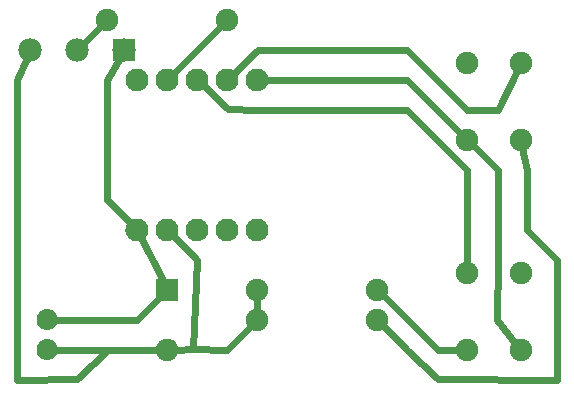
<source format=gbl>
G04 MADE WITH FRITZING*
G04 WWW.FRITZING.ORG*
G04 DOUBLE SIDED*
G04 HOLES PLATED*
G04 CONTOUR ON CENTER OF CONTOUR VECTOR*
%ASAXBY*%
%FSLAX23Y23*%
%MOIN*%
%OFA0B0*%
%SFA1.0B1.0*%
%ADD10C,0.078000*%
%ADD11C,0.075000*%
%ADD12C,0.070000*%
%ADD13C,0.076000*%
%ADD14R,0.078000X0.078000*%
%ADD15R,0.075000X0.075000*%
%ADD16C,0.024000*%
%ADD17R,0.001000X0.001000*%
%LNCOPPER0*%
G90*
G70*
G54D10*
X430Y1189D03*
X274Y1189D03*
X118Y1189D03*
G54D11*
X1574Y889D03*
X1574Y1145D03*
X1752Y889D03*
X1752Y1145D03*
X1574Y189D03*
X1574Y445D03*
X1752Y189D03*
X1752Y445D03*
X574Y389D03*
X574Y189D03*
G54D12*
X174Y289D03*
X174Y189D03*
G54D11*
X874Y389D03*
X1274Y389D03*
X874Y289D03*
X1274Y289D03*
X374Y1289D03*
X774Y1289D03*
G54D13*
X474Y589D03*
X574Y589D03*
X674Y589D03*
X774Y589D03*
X874Y589D03*
X474Y1089D03*
X574Y1089D03*
X674Y1089D03*
X774Y1089D03*
X874Y1089D03*
G54D14*
X430Y1189D03*
G54D15*
X574Y389D03*
G54D16*
X874Y318D02*
X874Y361D01*
D02*
X774Y190D02*
X854Y269D01*
D02*
X660Y192D02*
X774Y190D01*
D02*
X1476Y189D02*
X1295Y369D01*
D02*
X1574Y189D02*
X1476Y189D01*
D02*
X1552Y172D02*
X1574Y189D01*
D02*
X1874Y489D02*
X1874Y90D01*
D02*
X1476Y91D02*
X1374Y189D01*
D02*
X1874Y90D02*
X1476Y91D01*
D02*
X1773Y590D02*
X1874Y489D01*
D02*
X1773Y790D02*
X1773Y590D01*
D02*
X1758Y861D02*
X1773Y790D01*
D02*
X1374Y189D02*
X1295Y269D01*
D02*
X674Y1189D02*
X596Y1111D01*
D02*
X754Y1269D02*
X674Y1189D01*
D02*
X1574Y989D02*
X1374Y1188D01*
D02*
X1675Y989D02*
X1574Y989D01*
D02*
X1374Y1188D02*
X875Y1188D01*
D02*
X875Y1188D02*
X796Y1111D01*
D02*
X1739Y1120D02*
X1675Y989D01*
D02*
X1374Y1090D02*
X1273Y1090D01*
D02*
X1554Y910D02*
X1374Y1090D01*
D02*
X1273Y1090D02*
X905Y1089D01*
D02*
X473Y290D02*
X375Y290D01*
D02*
X375Y290D02*
X201Y290D01*
D02*
X554Y369D02*
X473Y290D01*
D02*
X590Y213D02*
X574Y189D01*
D02*
X574Y189D02*
X201Y189D01*
D02*
X444Y589D02*
X474Y589D01*
D02*
X474Y589D02*
X562Y415D01*
D02*
X274Y91D02*
X74Y89D01*
D02*
X375Y189D02*
X274Y91D01*
D02*
X473Y189D02*
X375Y189D01*
D02*
X74Y189D02*
X74Y389D01*
D02*
X74Y89D02*
X74Y189D01*
D02*
X546Y189D02*
X473Y189D01*
D02*
X74Y1089D02*
X106Y1162D01*
D02*
X74Y389D02*
X74Y1089D01*
D02*
X674Y489D02*
X596Y568D01*
D02*
X660Y192D02*
X674Y489D01*
D02*
X603Y190D02*
X660Y192D01*
D02*
X1574Y790D02*
X1374Y989D01*
D02*
X1574Y474D02*
X1574Y790D01*
D02*
X1374Y989D02*
X1175Y989D01*
D02*
X1175Y989D02*
X875Y988D01*
D02*
X875Y988D02*
X775Y991D01*
D02*
X775Y991D02*
X696Y1068D01*
D02*
X1574Y891D02*
X1560Y914D01*
D02*
X1675Y489D02*
X1675Y790D01*
D02*
X1675Y790D02*
X1574Y891D01*
D02*
X1674Y289D02*
X1675Y489D01*
D02*
X1734Y212D02*
X1674Y289D01*
D02*
X374Y689D02*
X374Y1089D01*
D02*
X374Y1089D02*
X416Y1163D01*
D02*
X453Y611D02*
X374Y689D01*
D02*
X296Y1211D02*
X354Y1269D01*
G54D17*
X168Y325D02*
X180Y325D01*
X164Y324D02*
X184Y324D01*
X161Y323D02*
X186Y323D01*
X159Y322D02*
X189Y322D01*
X157Y321D02*
X191Y321D01*
X155Y320D02*
X192Y320D01*
X154Y319D02*
X194Y319D01*
X153Y318D02*
X195Y318D01*
X151Y317D02*
X196Y317D01*
X150Y316D02*
X198Y316D01*
X149Y315D02*
X199Y315D01*
X148Y314D02*
X199Y314D01*
X147Y313D02*
X200Y313D01*
X147Y312D02*
X201Y312D01*
X146Y311D02*
X202Y311D01*
X145Y310D02*
X202Y310D01*
X145Y309D02*
X203Y309D01*
X144Y308D02*
X204Y308D01*
X144Y307D02*
X204Y307D01*
X143Y306D02*
X205Y306D01*
X143Y305D02*
X168Y305D01*
X179Y305D02*
X205Y305D01*
X142Y304D02*
X166Y304D01*
X182Y304D02*
X206Y304D01*
X142Y303D02*
X165Y303D01*
X183Y303D02*
X206Y303D01*
X141Y302D02*
X164Y302D01*
X184Y302D02*
X206Y302D01*
X141Y301D02*
X162Y301D01*
X185Y301D02*
X207Y301D01*
X141Y300D02*
X162Y300D01*
X186Y300D02*
X207Y300D01*
X141Y299D02*
X161Y299D01*
X187Y299D02*
X207Y299D01*
X140Y298D02*
X160Y298D01*
X188Y298D02*
X207Y298D01*
X140Y297D02*
X160Y297D01*
X188Y297D02*
X208Y297D01*
X140Y296D02*
X159Y296D01*
X189Y296D02*
X208Y296D01*
X140Y295D02*
X159Y295D01*
X189Y295D02*
X208Y295D01*
X140Y294D02*
X159Y294D01*
X189Y294D02*
X208Y294D01*
X139Y293D02*
X159Y293D01*
X189Y293D02*
X208Y293D01*
X139Y292D02*
X158Y292D01*
X189Y292D02*
X208Y292D01*
X139Y291D02*
X158Y291D01*
X189Y291D02*
X208Y291D01*
X139Y290D02*
X158Y290D01*
X189Y290D02*
X208Y290D01*
X139Y289D02*
X158Y289D01*
X189Y289D02*
X208Y289D01*
X140Y288D02*
X159Y288D01*
X189Y288D02*
X208Y288D01*
X140Y287D02*
X159Y287D01*
X189Y287D02*
X208Y287D01*
X140Y286D02*
X159Y286D01*
X189Y286D02*
X208Y286D01*
X140Y285D02*
X159Y285D01*
X188Y285D02*
X208Y285D01*
X140Y284D02*
X160Y284D01*
X188Y284D02*
X208Y284D01*
X140Y283D02*
X160Y283D01*
X187Y283D02*
X207Y283D01*
X141Y282D02*
X161Y282D01*
X187Y282D02*
X207Y282D01*
X141Y281D02*
X162Y281D01*
X186Y281D02*
X207Y281D01*
X141Y280D02*
X163Y280D01*
X185Y280D02*
X206Y280D01*
X142Y279D02*
X164Y279D01*
X184Y279D02*
X206Y279D01*
X142Y278D02*
X165Y278D01*
X182Y278D02*
X206Y278D01*
X142Y277D02*
X167Y277D01*
X181Y277D02*
X205Y277D01*
X143Y276D02*
X170Y276D01*
X178Y276D02*
X205Y276D01*
X143Y275D02*
X204Y275D01*
X144Y274D02*
X204Y274D01*
X144Y273D02*
X203Y273D01*
X145Y272D02*
X203Y272D01*
X146Y271D02*
X202Y271D01*
X146Y270D02*
X201Y270D01*
X147Y269D02*
X201Y269D01*
X148Y268D02*
X200Y268D01*
X149Y267D02*
X199Y267D01*
X150Y266D02*
X198Y266D01*
X151Y265D02*
X197Y265D01*
X152Y264D02*
X196Y264D01*
X153Y263D02*
X195Y263D01*
X155Y262D02*
X193Y262D01*
X156Y261D02*
X191Y261D01*
X158Y260D02*
X190Y260D01*
X160Y259D02*
X188Y259D01*
X163Y258D02*
X185Y258D01*
X166Y257D02*
X182Y257D01*
X171Y256D02*
X177Y256D01*
X168Y225D02*
X180Y225D01*
X164Y224D02*
X184Y224D01*
X161Y223D02*
X186Y223D01*
X159Y222D02*
X189Y222D01*
X157Y221D02*
X191Y221D01*
X155Y220D02*
X192Y220D01*
X154Y219D02*
X194Y219D01*
X152Y218D02*
X195Y218D01*
X151Y217D02*
X196Y217D01*
X150Y216D02*
X198Y216D01*
X149Y215D02*
X199Y215D01*
X148Y214D02*
X199Y214D01*
X147Y213D02*
X200Y213D01*
X147Y212D02*
X201Y212D01*
X146Y211D02*
X202Y211D01*
X145Y210D02*
X202Y210D01*
X145Y209D02*
X203Y209D01*
X144Y208D02*
X204Y208D01*
X144Y207D02*
X204Y207D01*
X143Y206D02*
X205Y206D01*
X143Y205D02*
X168Y205D01*
X180Y205D02*
X205Y205D01*
X142Y204D02*
X166Y204D01*
X182Y204D02*
X206Y204D01*
X142Y203D02*
X165Y203D01*
X183Y203D02*
X206Y203D01*
X141Y202D02*
X163Y202D01*
X184Y202D02*
X206Y202D01*
X141Y201D02*
X162Y201D01*
X185Y201D02*
X207Y201D01*
X141Y200D02*
X162Y200D01*
X186Y200D02*
X207Y200D01*
X141Y199D02*
X161Y199D01*
X187Y199D02*
X207Y199D01*
X140Y198D02*
X160Y198D01*
X188Y198D02*
X207Y198D01*
X140Y197D02*
X160Y197D01*
X188Y197D02*
X208Y197D01*
X140Y196D02*
X159Y196D01*
X189Y196D02*
X208Y196D01*
X140Y195D02*
X159Y195D01*
X189Y195D02*
X208Y195D01*
X140Y194D02*
X159Y194D01*
X189Y194D02*
X208Y194D01*
X139Y193D02*
X159Y193D01*
X189Y193D02*
X208Y193D01*
X139Y192D02*
X158Y192D01*
X189Y192D02*
X208Y192D01*
X139Y191D02*
X158Y191D01*
X189Y191D02*
X208Y191D01*
X139Y190D02*
X158Y190D01*
X189Y190D02*
X208Y190D01*
X139Y189D02*
X158Y189D01*
X189Y189D02*
X208Y189D01*
X140Y188D02*
X159Y188D01*
X189Y188D02*
X208Y188D01*
X140Y187D02*
X159Y187D01*
X189Y187D02*
X208Y187D01*
X140Y186D02*
X159Y186D01*
X189Y186D02*
X208Y186D01*
X140Y185D02*
X159Y185D01*
X188Y185D02*
X208Y185D01*
X140Y184D02*
X160Y184D01*
X188Y184D02*
X208Y184D01*
X140Y183D02*
X160Y183D01*
X187Y183D02*
X207Y183D01*
X141Y182D02*
X161Y182D01*
X187Y182D02*
X207Y182D01*
X141Y181D02*
X162Y181D01*
X186Y181D02*
X207Y181D01*
X141Y180D02*
X163Y180D01*
X185Y180D02*
X206Y180D01*
X142Y179D02*
X164Y179D01*
X184Y179D02*
X206Y179D01*
X142Y178D02*
X165Y178D01*
X182Y178D02*
X206Y178D01*
X142Y177D02*
X167Y177D01*
X181Y177D02*
X205Y177D01*
X143Y176D02*
X171Y176D01*
X177Y176D02*
X205Y176D01*
X143Y175D02*
X204Y175D01*
X144Y174D02*
X204Y174D01*
X144Y173D02*
X203Y173D01*
X145Y172D02*
X203Y172D01*
X146Y171D02*
X202Y171D01*
X146Y170D02*
X201Y170D01*
X147Y169D02*
X201Y169D01*
X148Y168D02*
X200Y168D01*
X149Y167D02*
X199Y167D01*
X150Y166D02*
X198Y166D01*
X151Y165D02*
X197Y165D01*
X152Y164D02*
X196Y164D01*
X153Y163D02*
X194Y163D01*
X155Y162D02*
X193Y162D01*
X156Y161D02*
X191Y161D01*
X158Y160D02*
X190Y160D01*
X160Y159D02*
X187Y159D01*
X163Y158D02*
X185Y158D01*
X166Y157D02*
X182Y157D01*
X171Y156D02*
X176Y156D01*
D02*
G04 End of Copper0*
M02*
</source>
